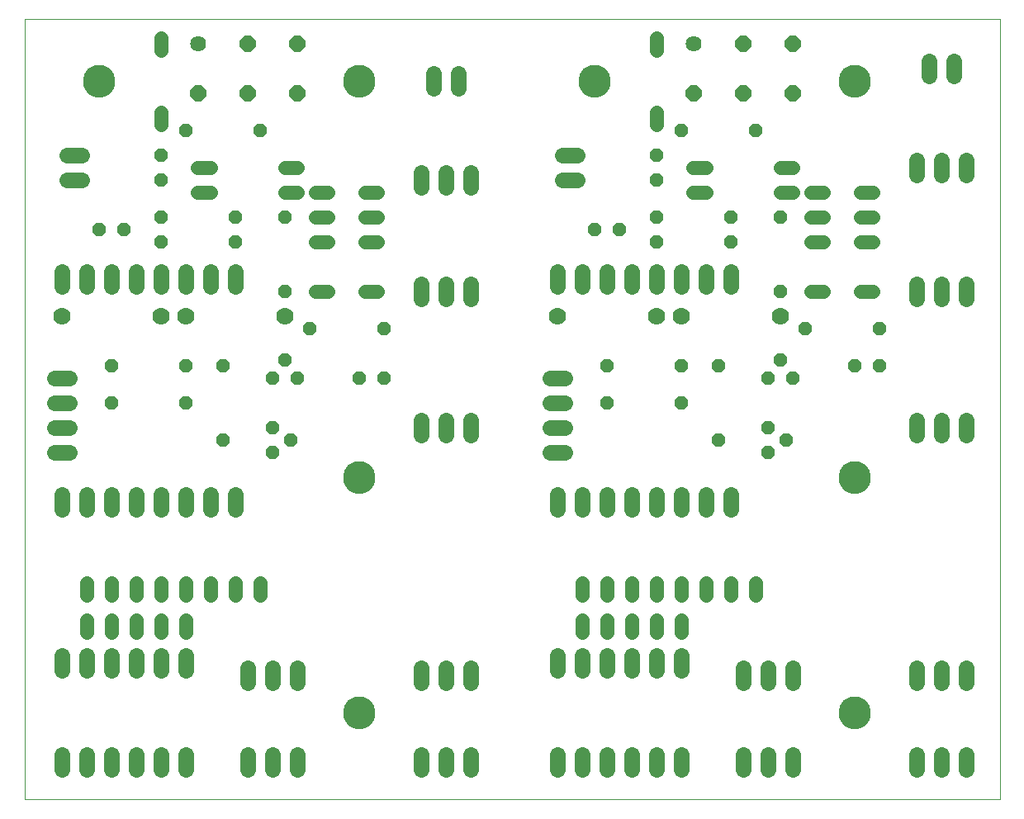
<source format=gbs>
G75*
%MOIN*%
%OFA0B0*%
%FSLAX25Y25*%
%IPPOS*%
%LPD*%
%AMOC8*
5,1,8,0,0,1.08239X$1,22.5*
%
%ADD10C,0.00000*%
%ADD11C,0.06400*%
%ADD12OC8,0.06400*%
%ADD13C,0.07000*%
%ADD14C,0.05600*%
%ADD15C,0.06400*%
%ADD16C,0.05550*%
%ADD17OC8,0.05600*%
%ADD18C,0.12998*%
D10*
X0002667Y0002600D02*
X0002667Y0317561D01*
X0396367Y0317561D01*
X0396367Y0002600D01*
X0002667Y0002600D01*
X0131368Y0037600D02*
X0131370Y0037758D01*
X0131376Y0037916D01*
X0131386Y0038074D01*
X0131400Y0038232D01*
X0131418Y0038389D01*
X0131439Y0038546D01*
X0131465Y0038702D01*
X0131495Y0038858D01*
X0131528Y0039013D01*
X0131566Y0039166D01*
X0131607Y0039319D01*
X0131652Y0039471D01*
X0131701Y0039622D01*
X0131754Y0039771D01*
X0131810Y0039919D01*
X0131870Y0040065D01*
X0131934Y0040210D01*
X0132002Y0040353D01*
X0132073Y0040495D01*
X0132147Y0040635D01*
X0132225Y0040772D01*
X0132307Y0040908D01*
X0132391Y0041042D01*
X0132480Y0041173D01*
X0132571Y0041302D01*
X0132666Y0041429D01*
X0132763Y0041554D01*
X0132864Y0041676D01*
X0132968Y0041795D01*
X0133075Y0041912D01*
X0133185Y0042026D01*
X0133298Y0042137D01*
X0133413Y0042246D01*
X0133531Y0042351D01*
X0133652Y0042453D01*
X0133775Y0042553D01*
X0133901Y0042649D01*
X0134029Y0042742D01*
X0134159Y0042832D01*
X0134292Y0042918D01*
X0134427Y0043002D01*
X0134563Y0043081D01*
X0134702Y0043158D01*
X0134843Y0043230D01*
X0134985Y0043300D01*
X0135129Y0043365D01*
X0135275Y0043427D01*
X0135422Y0043485D01*
X0135571Y0043540D01*
X0135721Y0043591D01*
X0135872Y0043638D01*
X0136024Y0043681D01*
X0136177Y0043720D01*
X0136332Y0043756D01*
X0136487Y0043787D01*
X0136643Y0043815D01*
X0136799Y0043839D01*
X0136956Y0043859D01*
X0137114Y0043875D01*
X0137271Y0043887D01*
X0137430Y0043895D01*
X0137588Y0043899D01*
X0137746Y0043899D01*
X0137904Y0043895D01*
X0138063Y0043887D01*
X0138220Y0043875D01*
X0138378Y0043859D01*
X0138535Y0043839D01*
X0138691Y0043815D01*
X0138847Y0043787D01*
X0139002Y0043756D01*
X0139157Y0043720D01*
X0139310Y0043681D01*
X0139462Y0043638D01*
X0139613Y0043591D01*
X0139763Y0043540D01*
X0139912Y0043485D01*
X0140059Y0043427D01*
X0140205Y0043365D01*
X0140349Y0043300D01*
X0140491Y0043230D01*
X0140632Y0043158D01*
X0140771Y0043081D01*
X0140907Y0043002D01*
X0141042Y0042918D01*
X0141175Y0042832D01*
X0141305Y0042742D01*
X0141433Y0042649D01*
X0141559Y0042553D01*
X0141682Y0042453D01*
X0141803Y0042351D01*
X0141921Y0042246D01*
X0142036Y0042137D01*
X0142149Y0042026D01*
X0142259Y0041912D01*
X0142366Y0041795D01*
X0142470Y0041676D01*
X0142571Y0041554D01*
X0142668Y0041429D01*
X0142763Y0041302D01*
X0142854Y0041173D01*
X0142943Y0041042D01*
X0143027Y0040908D01*
X0143109Y0040772D01*
X0143187Y0040635D01*
X0143261Y0040495D01*
X0143332Y0040353D01*
X0143400Y0040210D01*
X0143464Y0040065D01*
X0143524Y0039919D01*
X0143580Y0039771D01*
X0143633Y0039622D01*
X0143682Y0039471D01*
X0143727Y0039319D01*
X0143768Y0039166D01*
X0143806Y0039013D01*
X0143839Y0038858D01*
X0143869Y0038702D01*
X0143895Y0038546D01*
X0143916Y0038389D01*
X0143934Y0038232D01*
X0143948Y0038074D01*
X0143958Y0037916D01*
X0143964Y0037758D01*
X0143966Y0037600D01*
X0143964Y0037442D01*
X0143958Y0037284D01*
X0143948Y0037126D01*
X0143934Y0036968D01*
X0143916Y0036811D01*
X0143895Y0036654D01*
X0143869Y0036498D01*
X0143839Y0036342D01*
X0143806Y0036187D01*
X0143768Y0036034D01*
X0143727Y0035881D01*
X0143682Y0035729D01*
X0143633Y0035578D01*
X0143580Y0035429D01*
X0143524Y0035281D01*
X0143464Y0035135D01*
X0143400Y0034990D01*
X0143332Y0034847D01*
X0143261Y0034705D01*
X0143187Y0034565D01*
X0143109Y0034428D01*
X0143027Y0034292D01*
X0142943Y0034158D01*
X0142854Y0034027D01*
X0142763Y0033898D01*
X0142668Y0033771D01*
X0142571Y0033646D01*
X0142470Y0033524D01*
X0142366Y0033405D01*
X0142259Y0033288D01*
X0142149Y0033174D01*
X0142036Y0033063D01*
X0141921Y0032954D01*
X0141803Y0032849D01*
X0141682Y0032747D01*
X0141559Y0032647D01*
X0141433Y0032551D01*
X0141305Y0032458D01*
X0141175Y0032368D01*
X0141042Y0032282D01*
X0140907Y0032198D01*
X0140771Y0032119D01*
X0140632Y0032042D01*
X0140491Y0031970D01*
X0140349Y0031900D01*
X0140205Y0031835D01*
X0140059Y0031773D01*
X0139912Y0031715D01*
X0139763Y0031660D01*
X0139613Y0031609D01*
X0139462Y0031562D01*
X0139310Y0031519D01*
X0139157Y0031480D01*
X0139002Y0031444D01*
X0138847Y0031413D01*
X0138691Y0031385D01*
X0138535Y0031361D01*
X0138378Y0031341D01*
X0138220Y0031325D01*
X0138063Y0031313D01*
X0137904Y0031305D01*
X0137746Y0031301D01*
X0137588Y0031301D01*
X0137430Y0031305D01*
X0137271Y0031313D01*
X0137114Y0031325D01*
X0136956Y0031341D01*
X0136799Y0031361D01*
X0136643Y0031385D01*
X0136487Y0031413D01*
X0136332Y0031444D01*
X0136177Y0031480D01*
X0136024Y0031519D01*
X0135872Y0031562D01*
X0135721Y0031609D01*
X0135571Y0031660D01*
X0135422Y0031715D01*
X0135275Y0031773D01*
X0135129Y0031835D01*
X0134985Y0031900D01*
X0134843Y0031970D01*
X0134702Y0032042D01*
X0134563Y0032119D01*
X0134427Y0032198D01*
X0134292Y0032282D01*
X0134159Y0032368D01*
X0134029Y0032458D01*
X0133901Y0032551D01*
X0133775Y0032647D01*
X0133652Y0032747D01*
X0133531Y0032849D01*
X0133413Y0032954D01*
X0133298Y0033063D01*
X0133185Y0033174D01*
X0133075Y0033288D01*
X0132968Y0033405D01*
X0132864Y0033524D01*
X0132763Y0033646D01*
X0132666Y0033771D01*
X0132571Y0033898D01*
X0132480Y0034027D01*
X0132391Y0034158D01*
X0132307Y0034292D01*
X0132225Y0034428D01*
X0132147Y0034565D01*
X0132073Y0034705D01*
X0132002Y0034847D01*
X0131934Y0034990D01*
X0131870Y0035135D01*
X0131810Y0035281D01*
X0131754Y0035429D01*
X0131701Y0035578D01*
X0131652Y0035729D01*
X0131607Y0035881D01*
X0131566Y0036034D01*
X0131528Y0036187D01*
X0131495Y0036342D01*
X0131465Y0036498D01*
X0131439Y0036654D01*
X0131418Y0036811D01*
X0131400Y0036968D01*
X0131386Y0037126D01*
X0131376Y0037284D01*
X0131370Y0037442D01*
X0131368Y0037600D01*
X0131368Y0132600D02*
X0131370Y0132758D01*
X0131376Y0132916D01*
X0131386Y0133074D01*
X0131400Y0133232D01*
X0131418Y0133389D01*
X0131439Y0133546D01*
X0131465Y0133702D01*
X0131495Y0133858D01*
X0131528Y0134013D01*
X0131566Y0134166D01*
X0131607Y0134319D01*
X0131652Y0134471D01*
X0131701Y0134622D01*
X0131754Y0134771D01*
X0131810Y0134919D01*
X0131870Y0135065D01*
X0131934Y0135210D01*
X0132002Y0135353D01*
X0132073Y0135495D01*
X0132147Y0135635D01*
X0132225Y0135772D01*
X0132307Y0135908D01*
X0132391Y0136042D01*
X0132480Y0136173D01*
X0132571Y0136302D01*
X0132666Y0136429D01*
X0132763Y0136554D01*
X0132864Y0136676D01*
X0132968Y0136795D01*
X0133075Y0136912D01*
X0133185Y0137026D01*
X0133298Y0137137D01*
X0133413Y0137246D01*
X0133531Y0137351D01*
X0133652Y0137453D01*
X0133775Y0137553D01*
X0133901Y0137649D01*
X0134029Y0137742D01*
X0134159Y0137832D01*
X0134292Y0137918D01*
X0134427Y0138002D01*
X0134563Y0138081D01*
X0134702Y0138158D01*
X0134843Y0138230D01*
X0134985Y0138300D01*
X0135129Y0138365D01*
X0135275Y0138427D01*
X0135422Y0138485D01*
X0135571Y0138540D01*
X0135721Y0138591D01*
X0135872Y0138638D01*
X0136024Y0138681D01*
X0136177Y0138720D01*
X0136332Y0138756D01*
X0136487Y0138787D01*
X0136643Y0138815D01*
X0136799Y0138839D01*
X0136956Y0138859D01*
X0137114Y0138875D01*
X0137271Y0138887D01*
X0137430Y0138895D01*
X0137588Y0138899D01*
X0137746Y0138899D01*
X0137904Y0138895D01*
X0138063Y0138887D01*
X0138220Y0138875D01*
X0138378Y0138859D01*
X0138535Y0138839D01*
X0138691Y0138815D01*
X0138847Y0138787D01*
X0139002Y0138756D01*
X0139157Y0138720D01*
X0139310Y0138681D01*
X0139462Y0138638D01*
X0139613Y0138591D01*
X0139763Y0138540D01*
X0139912Y0138485D01*
X0140059Y0138427D01*
X0140205Y0138365D01*
X0140349Y0138300D01*
X0140491Y0138230D01*
X0140632Y0138158D01*
X0140771Y0138081D01*
X0140907Y0138002D01*
X0141042Y0137918D01*
X0141175Y0137832D01*
X0141305Y0137742D01*
X0141433Y0137649D01*
X0141559Y0137553D01*
X0141682Y0137453D01*
X0141803Y0137351D01*
X0141921Y0137246D01*
X0142036Y0137137D01*
X0142149Y0137026D01*
X0142259Y0136912D01*
X0142366Y0136795D01*
X0142470Y0136676D01*
X0142571Y0136554D01*
X0142668Y0136429D01*
X0142763Y0136302D01*
X0142854Y0136173D01*
X0142943Y0136042D01*
X0143027Y0135908D01*
X0143109Y0135772D01*
X0143187Y0135635D01*
X0143261Y0135495D01*
X0143332Y0135353D01*
X0143400Y0135210D01*
X0143464Y0135065D01*
X0143524Y0134919D01*
X0143580Y0134771D01*
X0143633Y0134622D01*
X0143682Y0134471D01*
X0143727Y0134319D01*
X0143768Y0134166D01*
X0143806Y0134013D01*
X0143839Y0133858D01*
X0143869Y0133702D01*
X0143895Y0133546D01*
X0143916Y0133389D01*
X0143934Y0133232D01*
X0143948Y0133074D01*
X0143958Y0132916D01*
X0143964Y0132758D01*
X0143966Y0132600D01*
X0143964Y0132442D01*
X0143958Y0132284D01*
X0143948Y0132126D01*
X0143934Y0131968D01*
X0143916Y0131811D01*
X0143895Y0131654D01*
X0143869Y0131498D01*
X0143839Y0131342D01*
X0143806Y0131187D01*
X0143768Y0131034D01*
X0143727Y0130881D01*
X0143682Y0130729D01*
X0143633Y0130578D01*
X0143580Y0130429D01*
X0143524Y0130281D01*
X0143464Y0130135D01*
X0143400Y0129990D01*
X0143332Y0129847D01*
X0143261Y0129705D01*
X0143187Y0129565D01*
X0143109Y0129428D01*
X0143027Y0129292D01*
X0142943Y0129158D01*
X0142854Y0129027D01*
X0142763Y0128898D01*
X0142668Y0128771D01*
X0142571Y0128646D01*
X0142470Y0128524D01*
X0142366Y0128405D01*
X0142259Y0128288D01*
X0142149Y0128174D01*
X0142036Y0128063D01*
X0141921Y0127954D01*
X0141803Y0127849D01*
X0141682Y0127747D01*
X0141559Y0127647D01*
X0141433Y0127551D01*
X0141305Y0127458D01*
X0141175Y0127368D01*
X0141042Y0127282D01*
X0140907Y0127198D01*
X0140771Y0127119D01*
X0140632Y0127042D01*
X0140491Y0126970D01*
X0140349Y0126900D01*
X0140205Y0126835D01*
X0140059Y0126773D01*
X0139912Y0126715D01*
X0139763Y0126660D01*
X0139613Y0126609D01*
X0139462Y0126562D01*
X0139310Y0126519D01*
X0139157Y0126480D01*
X0139002Y0126444D01*
X0138847Y0126413D01*
X0138691Y0126385D01*
X0138535Y0126361D01*
X0138378Y0126341D01*
X0138220Y0126325D01*
X0138063Y0126313D01*
X0137904Y0126305D01*
X0137746Y0126301D01*
X0137588Y0126301D01*
X0137430Y0126305D01*
X0137271Y0126313D01*
X0137114Y0126325D01*
X0136956Y0126341D01*
X0136799Y0126361D01*
X0136643Y0126385D01*
X0136487Y0126413D01*
X0136332Y0126444D01*
X0136177Y0126480D01*
X0136024Y0126519D01*
X0135872Y0126562D01*
X0135721Y0126609D01*
X0135571Y0126660D01*
X0135422Y0126715D01*
X0135275Y0126773D01*
X0135129Y0126835D01*
X0134985Y0126900D01*
X0134843Y0126970D01*
X0134702Y0127042D01*
X0134563Y0127119D01*
X0134427Y0127198D01*
X0134292Y0127282D01*
X0134159Y0127368D01*
X0134029Y0127458D01*
X0133901Y0127551D01*
X0133775Y0127647D01*
X0133652Y0127747D01*
X0133531Y0127849D01*
X0133413Y0127954D01*
X0133298Y0128063D01*
X0133185Y0128174D01*
X0133075Y0128288D01*
X0132968Y0128405D01*
X0132864Y0128524D01*
X0132763Y0128646D01*
X0132666Y0128771D01*
X0132571Y0128898D01*
X0132480Y0129027D01*
X0132391Y0129158D01*
X0132307Y0129292D01*
X0132225Y0129428D01*
X0132147Y0129565D01*
X0132073Y0129705D01*
X0132002Y0129847D01*
X0131934Y0129990D01*
X0131870Y0130135D01*
X0131810Y0130281D01*
X0131754Y0130429D01*
X0131701Y0130578D01*
X0131652Y0130729D01*
X0131607Y0130881D01*
X0131566Y0131034D01*
X0131528Y0131187D01*
X0131495Y0131342D01*
X0131465Y0131498D01*
X0131439Y0131654D01*
X0131418Y0131811D01*
X0131400Y0131968D01*
X0131386Y0132126D01*
X0131376Y0132284D01*
X0131370Y0132442D01*
X0131368Y0132600D01*
X0131368Y0292600D02*
X0131370Y0292758D01*
X0131376Y0292916D01*
X0131386Y0293074D01*
X0131400Y0293232D01*
X0131418Y0293389D01*
X0131439Y0293546D01*
X0131465Y0293702D01*
X0131495Y0293858D01*
X0131528Y0294013D01*
X0131566Y0294166D01*
X0131607Y0294319D01*
X0131652Y0294471D01*
X0131701Y0294622D01*
X0131754Y0294771D01*
X0131810Y0294919D01*
X0131870Y0295065D01*
X0131934Y0295210D01*
X0132002Y0295353D01*
X0132073Y0295495D01*
X0132147Y0295635D01*
X0132225Y0295772D01*
X0132307Y0295908D01*
X0132391Y0296042D01*
X0132480Y0296173D01*
X0132571Y0296302D01*
X0132666Y0296429D01*
X0132763Y0296554D01*
X0132864Y0296676D01*
X0132968Y0296795D01*
X0133075Y0296912D01*
X0133185Y0297026D01*
X0133298Y0297137D01*
X0133413Y0297246D01*
X0133531Y0297351D01*
X0133652Y0297453D01*
X0133775Y0297553D01*
X0133901Y0297649D01*
X0134029Y0297742D01*
X0134159Y0297832D01*
X0134292Y0297918D01*
X0134427Y0298002D01*
X0134563Y0298081D01*
X0134702Y0298158D01*
X0134843Y0298230D01*
X0134985Y0298300D01*
X0135129Y0298365D01*
X0135275Y0298427D01*
X0135422Y0298485D01*
X0135571Y0298540D01*
X0135721Y0298591D01*
X0135872Y0298638D01*
X0136024Y0298681D01*
X0136177Y0298720D01*
X0136332Y0298756D01*
X0136487Y0298787D01*
X0136643Y0298815D01*
X0136799Y0298839D01*
X0136956Y0298859D01*
X0137114Y0298875D01*
X0137271Y0298887D01*
X0137430Y0298895D01*
X0137588Y0298899D01*
X0137746Y0298899D01*
X0137904Y0298895D01*
X0138063Y0298887D01*
X0138220Y0298875D01*
X0138378Y0298859D01*
X0138535Y0298839D01*
X0138691Y0298815D01*
X0138847Y0298787D01*
X0139002Y0298756D01*
X0139157Y0298720D01*
X0139310Y0298681D01*
X0139462Y0298638D01*
X0139613Y0298591D01*
X0139763Y0298540D01*
X0139912Y0298485D01*
X0140059Y0298427D01*
X0140205Y0298365D01*
X0140349Y0298300D01*
X0140491Y0298230D01*
X0140632Y0298158D01*
X0140771Y0298081D01*
X0140907Y0298002D01*
X0141042Y0297918D01*
X0141175Y0297832D01*
X0141305Y0297742D01*
X0141433Y0297649D01*
X0141559Y0297553D01*
X0141682Y0297453D01*
X0141803Y0297351D01*
X0141921Y0297246D01*
X0142036Y0297137D01*
X0142149Y0297026D01*
X0142259Y0296912D01*
X0142366Y0296795D01*
X0142470Y0296676D01*
X0142571Y0296554D01*
X0142668Y0296429D01*
X0142763Y0296302D01*
X0142854Y0296173D01*
X0142943Y0296042D01*
X0143027Y0295908D01*
X0143109Y0295772D01*
X0143187Y0295635D01*
X0143261Y0295495D01*
X0143332Y0295353D01*
X0143400Y0295210D01*
X0143464Y0295065D01*
X0143524Y0294919D01*
X0143580Y0294771D01*
X0143633Y0294622D01*
X0143682Y0294471D01*
X0143727Y0294319D01*
X0143768Y0294166D01*
X0143806Y0294013D01*
X0143839Y0293858D01*
X0143869Y0293702D01*
X0143895Y0293546D01*
X0143916Y0293389D01*
X0143934Y0293232D01*
X0143948Y0293074D01*
X0143958Y0292916D01*
X0143964Y0292758D01*
X0143966Y0292600D01*
X0143964Y0292442D01*
X0143958Y0292284D01*
X0143948Y0292126D01*
X0143934Y0291968D01*
X0143916Y0291811D01*
X0143895Y0291654D01*
X0143869Y0291498D01*
X0143839Y0291342D01*
X0143806Y0291187D01*
X0143768Y0291034D01*
X0143727Y0290881D01*
X0143682Y0290729D01*
X0143633Y0290578D01*
X0143580Y0290429D01*
X0143524Y0290281D01*
X0143464Y0290135D01*
X0143400Y0289990D01*
X0143332Y0289847D01*
X0143261Y0289705D01*
X0143187Y0289565D01*
X0143109Y0289428D01*
X0143027Y0289292D01*
X0142943Y0289158D01*
X0142854Y0289027D01*
X0142763Y0288898D01*
X0142668Y0288771D01*
X0142571Y0288646D01*
X0142470Y0288524D01*
X0142366Y0288405D01*
X0142259Y0288288D01*
X0142149Y0288174D01*
X0142036Y0288063D01*
X0141921Y0287954D01*
X0141803Y0287849D01*
X0141682Y0287747D01*
X0141559Y0287647D01*
X0141433Y0287551D01*
X0141305Y0287458D01*
X0141175Y0287368D01*
X0141042Y0287282D01*
X0140907Y0287198D01*
X0140771Y0287119D01*
X0140632Y0287042D01*
X0140491Y0286970D01*
X0140349Y0286900D01*
X0140205Y0286835D01*
X0140059Y0286773D01*
X0139912Y0286715D01*
X0139763Y0286660D01*
X0139613Y0286609D01*
X0139462Y0286562D01*
X0139310Y0286519D01*
X0139157Y0286480D01*
X0139002Y0286444D01*
X0138847Y0286413D01*
X0138691Y0286385D01*
X0138535Y0286361D01*
X0138378Y0286341D01*
X0138220Y0286325D01*
X0138063Y0286313D01*
X0137904Y0286305D01*
X0137746Y0286301D01*
X0137588Y0286301D01*
X0137430Y0286305D01*
X0137271Y0286313D01*
X0137114Y0286325D01*
X0136956Y0286341D01*
X0136799Y0286361D01*
X0136643Y0286385D01*
X0136487Y0286413D01*
X0136332Y0286444D01*
X0136177Y0286480D01*
X0136024Y0286519D01*
X0135872Y0286562D01*
X0135721Y0286609D01*
X0135571Y0286660D01*
X0135422Y0286715D01*
X0135275Y0286773D01*
X0135129Y0286835D01*
X0134985Y0286900D01*
X0134843Y0286970D01*
X0134702Y0287042D01*
X0134563Y0287119D01*
X0134427Y0287198D01*
X0134292Y0287282D01*
X0134159Y0287368D01*
X0134029Y0287458D01*
X0133901Y0287551D01*
X0133775Y0287647D01*
X0133652Y0287747D01*
X0133531Y0287849D01*
X0133413Y0287954D01*
X0133298Y0288063D01*
X0133185Y0288174D01*
X0133075Y0288288D01*
X0132968Y0288405D01*
X0132864Y0288524D01*
X0132763Y0288646D01*
X0132666Y0288771D01*
X0132571Y0288898D01*
X0132480Y0289027D01*
X0132391Y0289158D01*
X0132307Y0289292D01*
X0132225Y0289428D01*
X0132147Y0289565D01*
X0132073Y0289705D01*
X0132002Y0289847D01*
X0131934Y0289990D01*
X0131870Y0290135D01*
X0131810Y0290281D01*
X0131754Y0290429D01*
X0131701Y0290578D01*
X0131652Y0290729D01*
X0131607Y0290881D01*
X0131566Y0291034D01*
X0131528Y0291187D01*
X0131495Y0291342D01*
X0131465Y0291498D01*
X0131439Y0291654D01*
X0131418Y0291811D01*
X0131400Y0291968D01*
X0131386Y0292126D01*
X0131376Y0292284D01*
X0131370Y0292442D01*
X0131368Y0292600D01*
X0026368Y0292600D02*
X0026370Y0292758D01*
X0026376Y0292916D01*
X0026386Y0293074D01*
X0026400Y0293232D01*
X0026418Y0293389D01*
X0026439Y0293546D01*
X0026465Y0293702D01*
X0026495Y0293858D01*
X0026528Y0294013D01*
X0026566Y0294166D01*
X0026607Y0294319D01*
X0026652Y0294471D01*
X0026701Y0294622D01*
X0026754Y0294771D01*
X0026810Y0294919D01*
X0026870Y0295065D01*
X0026934Y0295210D01*
X0027002Y0295353D01*
X0027073Y0295495D01*
X0027147Y0295635D01*
X0027225Y0295772D01*
X0027307Y0295908D01*
X0027391Y0296042D01*
X0027480Y0296173D01*
X0027571Y0296302D01*
X0027666Y0296429D01*
X0027763Y0296554D01*
X0027864Y0296676D01*
X0027968Y0296795D01*
X0028075Y0296912D01*
X0028185Y0297026D01*
X0028298Y0297137D01*
X0028413Y0297246D01*
X0028531Y0297351D01*
X0028652Y0297453D01*
X0028775Y0297553D01*
X0028901Y0297649D01*
X0029029Y0297742D01*
X0029159Y0297832D01*
X0029292Y0297918D01*
X0029427Y0298002D01*
X0029563Y0298081D01*
X0029702Y0298158D01*
X0029843Y0298230D01*
X0029985Y0298300D01*
X0030129Y0298365D01*
X0030275Y0298427D01*
X0030422Y0298485D01*
X0030571Y0298540D01*
X0030721Y0298591D01*
X0030872Y0298638D01*
X0031024Y0298681D01*
X0031177Y0298720D01*
X0031332Y0298756D01*
X0031487Y0298787D01*
X0031643Y0298815D01*
X0031799Y0298839D01*
X0031956Y0298859D01*
X0032114Y0298875D01*
X0032271Y0298887D01*
X0032430Y0298895D01*
X0032588Y0298899D01*
X0032746Y0298899D01*
X0032904Y0298895D01*
X0033063Y0298887D01*
X0033220Y0298875D01*
X0033378Y0298859D01*
X0033535Y0298839D01*
X0033691Y0298815D01*
X0033847Y0298787D01*
X0034002Y0298756D01*
X0034157Y0298720D01*
X0034310Y0298681D01*
X0034462Y0298638D01*
X0034613Y0298591D01*
X0034763Y0298540D01*
X0034912Y0298485D01*
X0035059Y0298427D01*
X0035205Y0298365D01*
X0035349Y0298300D01*
X0035491Y0298230D01*
X0035632Y0298158D01*
X0035771Y0298081D01*
X0035907Y0298002D01*
X0036042Y0297918D01*
X0036175Y0297832D01*
X0036305Y0297742D01*
X0036433Y0297649D01*
X0036559Y0297553D01*
X0036682Y0297453D01*
X0036803Y0297351D01*
X0036921Y0297246D01*
X0037036Y0297137D01*
X0037149Y0297026D01*
X0037259Y0296912D01*
X0037366Y0296795D01*
X0037470Y0296676D01*
X0037571Y0296554D01*
X0037668Y0296429D01*
X0037763Y0296302D01*
X0037854Y0296173D01*
X0037943Y0296042D01*
X0038027Y0295908D01*
X0038109Y0295772D01*
X0038187Y0295635D01*
X0038261Y0295495D01*
X0038332Y0295353D01*
X0038400Y0295210D01*
X0038464Y0295065D01*
X0038524Y0294919D01*
X0038580Y0294771D01*
X0038633Y0294622D01*
X0038682Y0294471D01*
X0038727Y0294319D01*
X0038768Y0294166D01*
X0038806Y0294013D01*
X0038839Y0293858D01*
X0038869Y0293702D01*
X0038895Y0293546D01*
X0038916Y0293389D01*
X0038934Y0293232D01*
X0038948Y0293074D01*
X0038958Y0292916D01*
X0038964Y0292758D01*
X0038966Y0292600D01*
X0038964Y0292442D01*
X0038958Y0292284D01*
X0038948Y0292126D01*
X0038934Y0291968D01*
X0038916Y0291811D01*
X0038895Y0291654D01*
X0038869Y0291498D01*
X0038839Y0291342D01*
X0038806Y0291187D01*
X0038768Y0291034D01*
X0038727Y0290881D01*
X0038682Y0290729D01*
X0038633Y0290578D01*
X0038580Y0290429D01*
X0038524Y0290281D01*
X0038464Y0290135D01*
X0038400Y0289990D01*
X0038332Y0289847D01*
X0038261Y0289705D01*
X0038187Y0289565D01*
X0038109Y0289428D01*
X0038027Y0289292D01*
X0037943Y0289158D01*
X0037854Y0289027D01*
X0037763Y0288898D01*
X0037668Y0288771D01*
X0037571Y0288646D01*
X0037470Y0288524D01*
X0037366Y0288405D01*
X0037259Y0288288D01*
X0037149Y0288174D01*
X0037036Y0288063D01*
X0036921Y0287954D01*
X0036803Y0287849D01*
X0036682Y0287747D01*
X0036559Y0287647D01*
X0036433Y0287551D01*
X0036305Y0287458D01*
X0036175Y0287368D01*
X0036042Y0287282D01*
X0035907Y0287198D01*
X0035771Y0287119D01*
X0035632Y0287042D01*
X0035491Y0286970D01*
X0035349Y0286900D01*
X0035205Y0286835D01*
X0035059Y0286773D01*
X0034912Y0286715D01*
X0034763Y0286660D01*
X0034613Y0286609D01*
X0034462Y0286562D01*
X0034310Y0286519D01*
X0034157Y0286480D01*
X0034002Y0286444D01*
X0033847Y0286413D01*
X0033691Y0286385D01*
X0033535Y0286361D01*
X0033378Y0286341D01*
X0033220Y0286325D01*
X0033063Y0286313D01*
X0032904Y0286305D01*
X0032746Y0286301D01*
X0032588Y0286301D01*
X0032430Y0286305D01*
X0032271Y0286313D01*
X0032114Y0286325D01*
X0031956Y0286341D01*
X0031799Y0286361D01*
X0031643Y0286385D01*
X0031487Y0286413D01*
X0031332Y0286444D01*
X0031177Y0286480D01*
X0031024Y0286519D01*
X0030872Y0286562D01*
X0030721Y0286609D01*
X0030571Y0286660D01*
X0030422Y0286715D01*
X0030275Y0286773D01*
X0030129Y0286835D01*
X0029985Y0286900D01*
X0029843Y0286970D01*
X0029702Y0287042D01*
X0029563Y0287119D01*
X0029427Y0287198D01*
X0029292Y0287282D01*
X0029159Y0287368D01*
X0029029Y0287458D01*
X0028901Y0287551D01*
X0028775Y0287647D01*
X0028652Y0287747D01*
X0028531Y0287849D01*
X0028413Y0287954D01*
X0028298Y0288063D01*
X0028185Y0288174D01*
X0028075Y0288288D01*
X0027968Y0288405D01*
X0027864Y0288524D01*
X0027763Y0288646D01*
X0027666Y0288771D01*
X0027571Y0288898D01*
X0027480Y0289027D01*
X0027391Y0289158D01*
X0027307Y0289292D01*
X0027225Y0289428D01*
X0027147Y0289565D01*
X0027073Y0289705D01*
X0027002Y0289847D01*
X0026934Y0289990D01*
X0026870Y0290135D01*
X0026810Y0290281D01*
X0026754Y0290429D01*
X0026701Y0290578D01*
X0026652Y0290729D01*
X0026607Y0290881D01*
X0026566Y0291034D01*
X0026528Y0291187D01*
X0026495Y0291342D01*
X0026465Y0291498D01*
X0026439Y0291654D01*
X0026418Y0291811D01*
X0026400Y0291968D01*
X0026386Y0292126D01*
X0026376Y0292284D01*
X0026370Y0292442D01*
X0026368Y0292600D01*
X0226368Y0292600D02*
X0226370Y0292758D01*
X0226376Y0292916D01*
X0226386Y0293074D01*
X0226400Y0293232D01*
X0226418Y0293389D01*
X0226439Y0293546D01*
X0226465Y0293702D01*
X0226495Y0293858D01*
X0226528Y0294013D01*
X0226566Y0294166D01*
X0226607Y0294319D01*
X0226652Y0294471D01*
X0226701Y0294622D01*
X0226754Y0294771D01*
X0226810Y0294919D01*
X0226870Y0295065D01*
X0226934Y0295210D01*
X0227002Y0295353D01*
X0227073Y0295495D01*
X0227147Y0295635D01*
X0227225Y0295772D01*
X0227307Y0295908D01*
X0227391Y0296042D01*
X0227480Y0296173D01*
X0227571Y0296302D01*
X0227666Y0296429D01*
X0227763Y0296554D01*
X0227864Y0296676D01*
X0227968Y0296795D01*
X0228075Y0296912D01*
X0228185Y0297026D01*
X0228298Y0297137D01*
X0228413Y0297246D01*
X0228531Y0297351D01*
X0228652Y0297453D01*
X0228775Y0297553D01*
X0228901Y0297649D01*
X0229029Y0297742D01*
X0229159Y0297832D01*
X0229292Y0297918D01*
X0229427Y0298002D01*
X0229563Y0298081D01*
X0229702Y0298158D01*
X0229843Y0298230D01*
X0229985Y0298300D01*
X0230129Y0298365D01*
X0230275Y0298427D01*
X0230422Y0298485D01*
X0230571Y0298540D01*
X0230721Y0298591D01*
X0230872Y0298638D01*
X0231024Y0298681D01*
X0231177Y0298720D01*
X0231332Y0298756D01*
X0231487Y0298787D01*
X0231643Y0298815D01*
X0231799Y0298839D01*
X0231956Y0298859D01*
X0232114Y0298875D01*
X0232271Y0298887D01*
X0232430Y0298895D01*
X0232588Y0298899D01*
X0232746Y0298899D01*
X0232904Y0298895D01*
X0233063Y0298887D01*
X0233220Y0298875D01*
X0233378Y0298859D01*
X0233535Y0298839D01*
X0233691Y0298815D01*
X0233847Y0298787D01*
X0234002Y0298756D01*
X0234157Y0298720D01*
X0234310Y0298681D01*
X0234462Y0298638D01*
X0234613Y0298591D01*
X0234763Y0298540D01*
X0234912Y0298485D01*
X0235059Y0298427D01*
X0235205Y0298365D01*
X0235349Y0298300D01*
X0235491Y0298230D01*
X0235632Y0298158D01*
X0235771Y0298081D01*
X0235907Y0298002D01*
X0236042Y0297918D01*
X0236175Y0297832D01*
X0236305Y0297742D01*
X0236433Y0297649D01*
X0236559Y0297553D01*
X0236682Y0297453D01*
X0236803Y0297351D01*
X0236921Y0297246D01*
X0237036Y0297137D01*
X0237149Y0297026D01*
X0237259Y0296912D01*
X0237366Y0296795D01*
X0237470Y0296676D01*
X0237571Y0296554D01*
X0237668Y0296429D01*
X0237763Y0296302D01*
X0237854Y0296173D01*
X0237943Y0296042D01*
X0238027Y0295908D01*
X0238109Y0295772D01*
X0238187Y0295635D01*
X0238261Y0295495D01*
X0238332Y0295353D01*
X0238400Y0295210D01*
X0238464Y0295065D01*
X0238524Y0294919D01*
X0238580Y0294771D01*
X0238633Y0294622D01*
X0238682Y0294471D01*
X0238727Y0294319D01*
X0238768Y0294166D01*
X0238806Y0294013D01*
X0238839Y0293858D01*
X0238869Y0293702D01*
X0238895Y0293546D01*
X0238916Y0293389D01*
X0238934Y0293232D01*
X0238948Y0293074D01*
X0238958Y0292916D01*
X0238964Y0292758D01*
X0238966Y0292600D01*
X0238964Y0292442D01*
X0238958Y0292284D01*
X0238948Y0292126D01*
X0238934Y0291968D01*
X0238916Y0291811D01*
X0238895Y0291654D01*
X0238869Y0291498D01*
X0238839Y0291342D01*
X0238806Y0291187D01*
X0238768Y0291034D01*
X0238727Y0290881D01*
X0238682Y0290729D01*
X0238633Y0290578D01*
X0238580Y0290429D01*
X0238524Y0290281D01*
X0238464Y0290135D01*
X0238400Y0289990D01*
X0238332Y0289847D01*
X0238261Y0289705D01*
X0238187Y0289565D01*
X0238109Y0289428D01*
X0238027Y0289292D01*
X0237943Y0289158D01*
X0237854Y0289027D01*
X0237763Y0288898D01*
X0237668Y0288771D01*
X0237571Y0288646D01*
X0237470Y0288524D01*
X0237366Y0288405D01*
X0237259Y0288288D01*
X0237149Y0288174D01*
X0237036Y0288063D01*
X0236921Y0287954D01*
X0236803Y0287849D01*
X0236682Y0287747D01*
X0236559Y0287647D01*
X0236433Y0287551D01*
X0236305Y0287458D01*
X0236175Y0287368D01*
X0236042Y0287282D01*
X0235907Y0287198D01*
X0235771Y0287119D01*
X0235632Y0287042D01*
X0235491Y0286970D01*
X0235349Y0286900D01*
X0235205Y0286835D01*
X0235059Y0286773D01*
X0234912Y0286715D01*
X0234763Y0286660D01*
X0234613Y0286609D01*
X0234462Y0286562D01*
X0234310Y0286519D01*
X0234157Y0286480D01*
X0234002Y0286444D01*
X0233847Y0286413D01*
X0233691Y0286385D01*
X0233535Y0286361D01*
X0233378Y0286341D01*
X0233220Y0286325D01*
X0233063Y0286313D01*
X0232904Y0286305D01*
X0232746Y0286301D01*
X0232588Y0286301D01*
X0232430Y0286305D01*
X0232271Y0286313D01*
X0232114Y0286325D01*
X0231956Y0286341D01*
X0231799Y0286361D01*
X0231643Y0286385D01*
X0231487Y0286413D01*
X0231332Y0286444D01*
X0231177Y0286480D01*
X0231024Y0286519D01*
X0230872Y0286562D01*
X0230721Y0286609D01*
X0230571Y0286660D01*
X0230422Y0286715D01*
X0230275Y0286773D01*
X0230129Y0286835D01*
X0229985Y0286900D01*
X0229843Y0286970D01*
X0229702Y0287042D01*
X0229563Y0287119D01*
X0229427Y0287198D01*
X0229292Y0287282D01*
X0229159Y0287368D01*
X0229029Y0287458D01*
X0228901Y0287551D01*
X0228775Y0287647D01*
X0228652Y0287747D01*
X0228531Y0287849D01*
X0228413Y0287954D01*
X0228298Y0288063D01*
X0228185Y0288174D01*
X0228075Y0288288D01*
X0227968Y0288405D01*
X0227864Y0288524D01*
X0227763Y0288646D01*
X0227666Y0288771D01*
X0227571Y0288898D01*
X0227480Y0289027D01*
X0227391Y0289158D01*
X0227307Y0289292D01*
X0227225Y0289428D01*
X0227147Y0289565D01*
X0227073Y0289705D01*
X0227002Y0289847D01*
X0226934Y0289990D01*
X0226870Y0290135D01*
X0226810Y0290281D01*
X0226754Y0290429D01*
X0226701Y0290578D01*
X0226652Y0290729D01*
X0226607Y0290881D01*
X0226566Y0291034D01*
X0226528Y0291187D01*
X0226495Y0291342D01*
X0226465Y0291498D01*
X0226439Y0291654D01*
X0226418Y0291811D01*
X0226400Y0291968D01*
X0226386Y0292126D01*
X0226376Y0292284D01*
X0226370Y0292442D01*
X0226368Y0292600D01*
X0331368Y0292600D02*
X0331370Y0292758D01*
X0331376Y0292916D01*
X0331386Y0293074D01*
X0331400Y0293232D01*
X0331418Y0293389D01*
X0331439Y0293546D01*
X0331465Y0293702D01*
X0331495Y0293858D01*
X0331528Y0294013D01*
X0331566Y0294166D01*
X0331607Y0294319D01*
X0331652Y0294471D01*
X0331701Y0294622D01*
X0331754Y0294771D01*
X0331810Y0294919D01*
X0331870Y0295065D01*
X0331934Y0295210D01*
X0332002Y0295353D01*
X0332073Y0295495D01*
X0332147Y0295635D01*
X0332225Y0295772D01*
X0332307Y0295908D01*
X0332391Y0296042D01*
X0332480Y0296173D01*
X0332571Y0296302D01*
X0332666Y0296429D01*
X0332763Y0296554D01*
X0332864Y0296676D01*
X0332968Y0296795D01*
X0333075Y0296912D01*
X0333185Y0297026D01*
X0333298Y0297137D01*
X0333413Y0297246D01*
X0333531Y0297351D01*
X0333652Y0297453D01*
X0333775Y0297553D01*
X0333901Y0297649D01*
X0334029Y0297742D01*
X0334159Y0297832D01*
X0334292Y0297918D01*
X0334427Y0298002D01*
X0334563Y0298081D01*
X0334702Y0298158D01*
X0334843Y0298230D01*
X0334985Y0298300D01*
X0335129Y0298365D01*
X0335275Y0298427D01*
X0335422Y0298485D01*
X0335571Y0298540D01*
X0335721Y0298591D01*
X0335872Y0298638D01*
X0336024Y0298681D01*
X0336177Y0298720D01*
X0336332Y0298756D01*
X0336487Y0298787D01*
X0336643Y0298815D01*
X0336799Y0298839D01*
X0336956Y0298859D01*
X0337114Y0298875D01*
X0337271Y0298887D01*
X0337430Y0298895D01*
X0337588Y0298899D01*
X0337746Y0298899D01*
X0337904Y0298895D01*
X0338063Y0298887D01*
X0338220Y0298875D01*
X0338378Y0298859D01*
X0338535Y0298839D01*
X0338691Y0298815D01*
X0338847Y0298787D01*
X0339002Y0298756D01*
X0339157Y0298720D01*
X0339310Y0298681D01*
X0339462Y0298638D01*
X0339613Y0298591D01*
X0339763Y0298540D01*
X0339912Y0298485D01*
X0340059Y0298427D01*
X0340205Y0298365D01*
X0340349Y0298300D01*
X0340491Y0298230D01*
X0340632Y0298158D01*
X0340771Y0298081D01*
X0340907Y0298002D01*
X0341042Y0297918D01*
X0341175Y0297832D01*
X0341305Y0297742D01*
X0341433Y0297649D01*
X0341559Y0297553D01*
X0341682Y0297453D01*
X0341803Y0297351D01*
X0341921Y0297246D01*
X0342036Y0297137D01*
X0342149Y0297026D01*
X0342259Y0296912D01*
X0342366Y0296795D01*
X0342470Y0296676D01*
X0342571Y0296554D01*
X0342668Y0296429D01*
X0342763Y0296302D01*
X0342854Y0296173D01*
X0342943Y0296042D01*
X0343027Y0295908D01*
X0343109Y0295772D01*
X0343187Y0295635D01*
X0343261Y0295495D01*
X0343332Y0295353D01*
X0343400Y0295210D01*
X0343464Y0295065D01*
X0343524Y0294919D01*
X0343580Y0294771D01*
X0343633Y0294622D01*
X0343682Y0294471D01*
X0343727Y0294319D01*
X0343768Y0294166D01*
X0343806Y0294013D01*
X0343839Y0293858D01*
X0343869Y0293702D01*
X0343895Y0293546D01*
X0343916Y0293389D01*
X0343934Y0293232D01*
X0343948Y0293074D01*
X0343958Y0292916D01*
X0343964Y0292758D01*
X0343966Y0292600D01*
X0343964Y0292442D01*
X0343958Y0292284D01*
X0343948Y0292126D01*
X0343934Y0291968D01*
X0343916Y0291811D01*
X0343895Y0291654D01*
X0343869Y0291498D01*
X0343839Y0291342D01*
X0343806Y0291187D01*
X0343768Y0291034D01*
X0343727Y0290881D01*
X0343682Y0290729D01*
X0343633Y0290578D01*
X0343580Y0290429D01*
X0343524Y0290281D01*
X0343464Y0290135D01*
X0343400Y0289990D01*
X0343332Y0289847D01*
X0343261Y0289705D01*
X0343187Y0289565D01*
X0343109Y0289428D01*
X0343027Y0289292D01*
X0342943Y0289158D01*
X0342854Y0289027D01*
X0342763Y0288898D01*
X0342668Y0288771D01*
X0342571Y0288646D01*
X0342470Y0288524D01*
X0342366Y0288405D01*
X0342259Y0288288D01*
X0342149Y0288174D01*
X0342036Y0288063D01*
X0341921Y0287954D01*
X0341803Y0287849D01*
X0341682Y0287747D01*
X0341559Y0287647D01*
X0341433Y0287551D01*
X0341305Y0287458D01*
X0341175Y0287368D01*
X0341042Y0287282D01*
X0340907Y0287198D01*
X0340771Y0287119D01*
X0340632Y0287042D01*
X0340491Y0286970D01*
X0340349Y0286900D01*
X0340205Y0286835D01*
X0340059Y0286773D01*
X0339912Y0286715D01*
X0339763Y0286660D01*
X0339613Y0286609D01*
X0339462Y0286562D01*
X0339310Y0286519D01*
X0339157Y0286480D01*
X0339002Y0286444D01*
X0338847Y0286413D01*
X0338691Y0286385D01*
X0338535Y0286361D01*
X0338378Y0286341D01*
X0338220Y0286325D01*
X0338063Y0286313D01*
X0337904Y0286305D01*
X0337746Y0286301D01*
X0337588Y0286301D01*
X0337430Y0286305D01*
X0337271Y0286313D01*
X0337114Y0286325D01*
X0336956Y0286341D01*
X0336799Y0286361D01*
X0336643Y0286385D01*
X0336487Y0286413D01*
X0336332Y0286444D01*
X0336177Y0286480D01*
X0336024Y0286519D01*
X0335872Y0286562D01*
X0335721Y0286609D01*
X0335571Y0286660D01*
X0335422Y0286715D01*
X0335275Y0286773D01*
X0335129Y0286835D01*
X0334985Y0286900D01*
X0334843Y0286970D01*
X0334702Y0287042D01*
X0334563Y0287119D01*
X0334427Y0287198D01*
X0334292Y0287282D01*
X0334159Y0287368D01*
X0334029Y0287458D01*
X0333901Y0287551D01*
X0333775Y0287647D01*
X0333652Y0287747D01*
X0333531Y0287849D01*
X0333413Y0287954D01*
X0333298Y0288063D01*
X0333185Y0288174D01*
X0333075Y0288288D01*
X0332968Y0288405D01*
X0332864Y0288524D01*
X0332763Y0288646D01*
X0332666Y0288771D01*
X0332571Y0288898D01*
X0332480Y0289027D01*
X0332391Y0289158D01*
X0332307Y0289292D01*
X0332225Y0289428D01*
X0332147Y0289565D01*
X0332073Y0289705D01*
X0332002Y0289847D01*
X0331934Y0289990D01*
X0331870Y0290135D01*
X0331810Y0290281D01*
X0331754Y0290429D01*
X0331701Y0290578D01*
X0331652Y0290729D01*
X0331607Y0290881D01*
X0331566Y0291034D01*
X0331528Y0291187D01*
X0331495Y0291342D01*
X0331465Y0291498D01*
X0331439Y0291654D01*
X0331418Y0291811D01*
X0331400Y0291968D01*
X0331386Y0292126D01*
X0331376Y0292284D01*
X0331370Y0292442D01*
X0331368Y0292600D01*
X0331368Y0132600D02*
X0331370Y0132758D01*
X0331376Y0132916D01*
X0331386Y0133074D01*
X0331400Y0133232D01*
X0331418Y0133389D01*
X0331439Y0133546D01*
X0331465Y0133702D01*
X0331495Y0133858D01*
X0331528Y0134013D01*
X0331566Y0134166D01*
X0331607Y0134319D01*
X0331652Y0134471D01*
X0331701Y0134622D01*
X0331754Y0134771D01*
X0331810Y0134919D01*
X0331870Y0135065D01*
X0331934Y0135210D01*
X0332002Y0135353D01*
X0332073Y0135495D01*
X0332147Y0135635D01*
X0332225Y0135772D01*
X0332307Y0135908D01*
X0332391Y0136042D01*
X0332480Y0136173D01*
X0332571Y0136302D01*
X0332666Y0136429D01*
X0332763Y0136554D01*
X0332864Y0136676D01*
X0332968Y0136795D01*
X0333075Y0136912D01*
X0333185Y0137026D01*
X0333298Y0137137D01*
X0333413Y0137246D01*
X0333531Y0137351D01*
X0333652Y0137453D01*
X0333775Y0137553D01*
X0333901Y0137649D01*
X0334029Y0137742D01*
X0334159Y0137832D01*
X0334292Y0137918D01*
X0334427Y0138002D01*
X0334563Y0138081D01*
X0334702Y0138158D01*
X0334843Y0138230D01*
X0334985Y0138300D01*
X0335129Y0138365D01*
X0335275Y0138427D01*
X0335422Y0138485D01*
X0335571Y0138540D01*
X0335721Y0138591D01*
X0335872Y0138638D01*
X0336024Y0138681D01*
X0336177Y0138720D01*
X0336332Y0138756D01*
X0336487Y0138787D01*
X0336643Y0138815D01*
X0336799Y0138839D01*
X0336956Y0138859D01*
X0337114Y0138875D01*
X0337271Y0138887D01*
X0337430Y0138895D01*
X0337588Y0138899D01*
X0337746Y0138899D01*
X0337904Y0138895D01*
X0338063Y0138887D01*
X0338220Y0138875D01*
X0338378Y0138859D01*
X0338535Y0138839D01*
X0338691Y0138815D01*
X0338847Y0138787D01*
X0339002Y0138756D01*
X0339157Y0138720D01*
X0339310Y0138681D01*
X0339462Y0138638D01*
X0339613Y0138591D01*
X0339763Y0138540D01*
X0339912Y0138485D01*
X0340059Y0138427D01*
X0340205Y0138365D01*
X0340349Y0138300D01*
X0340491Y0138230D01*
X0340632Y0138158D01*
X0340771Y0138081D01*
X0340907Y0138002D01*
X0341042Y0137918D01*
X0341175Y0137832D01*
X0341305Y0137742D01*
X0341433Y0137649D01*
X0341559Y0137553D01*
X0341682Y0137453D01*
X0341803Y0137351D01*
X0341921Y0137246D01*
X0342036Y0137137D01*
X0342149Y0137026D01*
X0342259Y0136912D01*
X0342366Y0136795D01*
X0342470Y0136676D01*
X0342571Y0136554D01*
X0342668Y0136429D01*
X0342763Y0136302D01*
X0342854Y0136173D01*
X0342943Y0136042D01*
X0343027Y0135908D01*
X0343109Y0135772D01*
X0343187Y0135635D01*
X0343261Y0135495D01*
X0343332Y0135353D01*
X0343400Y0135210D01*
X0343464Y0135065D01*
X0343524Y0134919D01*
X0343580Y0134771D01*
X0343633Y0134622D01*
X0343682Y0134471D01*
X0343727Y0134319D01*
X0343768Y0134166D01*
X0343806Y0134013D01*
X0343839Y0133858D01*
X0343869Y0133702D01*
X0343895Y0133546D01*
X0343916Y0133389D01*
X0343934Y0133232D01*
X0343948Y0133074D01*
X0343958Y0132916D01*
X0343964Y0132758D01*
X0343966Y0132600D01*
X0343964Y0132442D01*
X0343958Y0132284D01*
X0343948Y0132126D01*
X0343934Y0131968D01*
X0343916Y0131811D01*
X0343895Y0131654D01*
X0343869Y0131498D01*
X0343839Y0131342D01*
X0343806Y0131187D01*
X0343768Y0131034D01*
X0343727Y0130881D01*
X0343682Y0130729D01*
X0343633Y0130578D01*
X0343580Y0130429D01*
X0343524Y0130281D01*
X0343464Y0130135D01*
X0343400Y0129990D01*
X0343332Y0129847D01*
X0343261Y0129705D01*
X0343187Y0129565D01*
X0343109Y0129428D01*
X0343027Y0129292D01*
X0342943Y0129158D01*
X0342854Y0129027D01*
X0342763Y0128898D01*
X0342668Y0128771D01*
X0342571Y0128646D01*
X0342470Y0128524D01*
X0342366Y0128405D01*
X0342259Y0128288D01*
X0342149Y0128174D01*
X0342036Y0128063D01*
X0341921Y0127954D01*
X0341803Y0127849D01*
X0341682Y0127747D01*
X0341559Y0127647D01*
X0341433Y0127551D01*
X0341305Y0127458D01*
X0341175Y0127368D01*
X0341042Y0127282D01*
X0340907Y0127198D01*
X0340771Y0127119D01*
X0340632Y0127042D01*
X0340491Y0126970D01*
X0340349Y0126900D01*
X0340205Y0126835D01*
X0340059Y0126773D01*
X0339912Y0126715D01*
X0339763Y0126660D01*
X0339613Y0126609D01*
X0339462Y0126562D01*
X0339310Y0126519D01*
X0339157Y0126480D01*
X0339002Y0126444D01*
X0338847Y0126413D01*
X0338691Y0126385D01*
X0338535Y0126361D01*
X0338378Y0126341D01*
X0338220Y0126325D01*
X0338063Y0126313D01*
X0337904Y0126305D01*
X0337746Y0126301D01*
X0337588Y0126301D01*
X0337430Y0126305D01*
X0337271Y0126313D01*
X0337114Y0126325D01*
X0336956Y0126341D01*
X0336799Y0126361D01*
X0336643Y0126385D01*
X0336487Y0126413D01*
X0336332Y0126444D01*
X0336177Y0126480D01*
X0336024Y0126519D01*
X0335872Y0126562D01*
X0335721Y0126609D01*
X0335571Y0126660D01*
X0335422Y0126715D01*
X0335275Y0126773D01*
X0335129Y0126835D01*
X0334985Y0126900D01*
X0334843Y0126970D01*
X0334702Y0127042D01*
X0334563Y0127119D01*
X0334427Y0127198D01*
X0334292Y0127282D01*
X0334159Y0127368D01*
X0334029Y0127458D01*
X0333901Y0127551D01*
X0333775Y0127647D01*
X0333652Y0127747D01*
X0333531Y0127849D01*
X0333413Y0127954D01*
X0333298Y0128063D01*
X0333185Y0128174D01*
X0333075Y0128288D01*
X0332968Y0128405D01*
X0332864Y0128524D01*
X0332763Y0128646D01*
X0332666Y0128771D01*
X0332571Y0128898D01*
X0332480Y0129027D01*
X0332391Y0129158D01*
X0332307Y0129292D01*
X0332225Y0129428D01*
X0332147Y0129565D01*
X0332073Y0129705D01*
X0332002Y0129847D01*
X0331934Y0129990D01*
X0331870Y0130135D01*
X0331810Y0130281D01*
X0331754Y0130429D01*
X0331701Y0130578D01*
X0331652Y0130729D01*
X0331607Y0130881D01*
X0331566Y0131034D01*
X0331528Y0131187D01*
X0331495Y0131342D01*
X0331465Y0131498D01*
X0331439Y0131654D01*
X0331418Y0131811D01*
X0331400Y0131968D01*
X0331386Y0132126D01*
X0331376Y0132284D01*
X0331370Y0132442D01*
X0331368Y0132600D01*
X0331368Y0037600D02*
X0331370Y0037758D01*
X0331376Y0037916D01*
X0331386Y0038074D01*
X0331400Y0038232D01*
X0331418Y0038389D01*
X0331439Y0038546D01*
X0331465Y0038702D01*
X0331495Y0038858D01*
X0331528Y0039013D01*
X0331566Y0039166D01*
X0331607Y0039319D01*
X0331652Y0039471D01*
X0331701Y0039622D01*
X0331754Y0039771D01*
X0331810Y0039919D01*
X0331870Y0040065D01*
X0331934Y0040210D01*
X0332002Y0040353D01*
X0332073Y0040495D01*
X0332147Y0040635D01*
X0332225Y0040772D01*
X0332307Y0040908D01*
X0332391Y0041042D01*
X0332480Y0041173D01*
X0332571Y0041302D01*
X0332666Y0041429D01*
X0332763Y0041554D01*
X0332864Y0041676D01*
X0332968Y0041795D01*
X0333075Y0041912D01*
X0333185Y0042026D01*
X0333298Y0042137D01*
X0333413Y0042246D01*
X0333531Y0042351D01*
X0333652Y0042453D01*
X0333775Y0042553D01*
X0333901Y0042649D01*
X0334029Y0042742D01*
X0334159Y0042832D01*
X0334292Y0042918D01*
X0334427Y0043002D01*
X0334563Y0043081D01*
X0334702Y0043158D01*
X0334843Y0043230D01*
X0334985Y0043300D01*
X0335129Y0043365D01*
X0335275Y0043427D01*
X0335422Y0043485D01*
X0335571Y0043540D01*
X0335721Y0043591D01*
X0335872Y0043638D01*
X0336024Y0043681D01*
X0336177Y0043720D01*
X0336332Y0043756D01*
X0336487Y0043787D01*
X0336643Y0043815D01*
X0336799Y0043839D01*
X0336956Y0043859D01*
X0337114Y0043875D01*
X0337271Y0043887D01*
X0337430Y0043895D01*
X0337588Y0043899D01*
X0337746Y0043899D01*
X0337904Y0043895D01*
X0338063Y0043887D01*
X0338220Y0043875D01*
X0338378Y0043859D01*
X0338535Y0043839D01*
X0338691Y0043815D01*
X0338847Y0043787D01*
X0339002Y0043756D01*
X0339157Y0043720D01*
X0339310Y0043681D01*
X0339462Y0043638D01*
X0339613Y0043591D01*
X0339763Y0043540D01*
X0339912Y0043485D01*
X0340059Y0043427D01*
X0340205Y0043365D01*
X0340349Y0043300D01*
X0340491Y0043230D01*
X0340632Y0043158D01*
X0340771Y0043081D01*
X0340907Y0043002D01*
X0341042Y0042918D01*
X0341175Y0042832D01*
X0341305Y0042742D01*
X0341433Y0042649D01*
X0341559Y0042553D01*
X0341682Y0042453D01*
X0341803Y0042351D01*
X0341921Y0042246D01*
X0342036Y0042137D01*
X0342149Y0042026D01*
X0342259Y0041912D01*
X0342366Y0041795D01*
X0342470Y0041676D01*
X0342571Y0041554D01*
X0342668Y0041429D01*
X0342763Y0041302D01*
X0342854Y0041173D01*
X0342943Y0041042D01*
X0343027Y0040908D01*
X0343109Y0040772D01*
X0343187Y0040635D01*
X0343261Y0040495D01*
X0343332Y0040353D01*
X0343400Y0040210D01*
X0343464Y0040065D01*
X0343524Y0039919D01*
X0343580Y0039771D01*
X0343633Y0039622D01*
X0343682Y0039471D01*
X0343727Y0039319D01*
X0343768Y0039166D01*
X0343806Y0039013D01*
X0343839Y0038858D01*
X0343869Y0038702D01*
X0343895Y0038546D01*
X0343916Y0038389D01*
X0343934Y0038232D01*
X0343948Y0038074D01*
X0343958Y0037916D01*
X0343964Y0037758D01*
X0343966Y0037600D01*
X0343964Y0037442D01*
X0343958Y0037284D01*
X0343948Y0037126D01*
X0343934Y0036968D01*
X0343916Y0036811D01*
X0343895Y0036654D01*
X0343869Y0036498D01*
X0343839Y0036342D01*
X0343806Y0036187D01*
X0343768Y0036034D01*
X0343727Y0035881D01*
X0343682Y0035729D01*
X0343633Y0035578D01*
X0343580Y0035429D01*
X0343524Y0035281D01*
X0343464Y0035135D01*
X0343400Y0034990D01*
X0343332Y0034847D01*
X0343261Y0034705D01*
X0343187Y0034565D01*
X0343109Y0034428D01*
X0343027Y0034292D01*
X0342943Y0034158D01*
X0342854Y0034027D01*
X0342763Y0033898D01*
X0342668Y0033771D01*
X0342571Y0033646D01*
X0342470Y0033524D01*
X0342366Y0033405D01*
X0342259Y0033288D01*
X0342149Y0033174D01*
X0342036Y0033063D01*
X0341921Y0032954D01*
X0341803Y0032849D01*
X0341682Y0032747D01*
X0341559Y0032647D01*
X0341433Y0032551D01*
X0341305Y0032458D01*
X0341175Y0032368D01*
X0341042Y0032282D01*
X0340907Y0032198D01*
X0340771Y0032119D01*
X0340632Y0032042D01*
X0340491Y0031970D01*
X0340349Y0031900D01*
X0340205Y0031835D01*
X0340059Y0031773D01*
X0339912Y0031715D01*
X0339763Y0031660D01*
X0339613Y0031609D01*
X0339462Y0031562D01*
X0339310Y0031519D01*
X0339157Y0031480D01*
X0339002Y0031444D01*
X0338847Y0031413D01*
X0338691Y0031385D01*
X0338535Y0031361D01*
X0338378Y0031341D01*
X0338220Y0031325D01*
X0338063Y0031313D01*
X0337904Y0031305D01*
X0337746Y0031301D01*
X0337588Y0031301D01*
X0337430Y0031305D01*
X0337271Y0031313D01*
X0337114Y0031325D01*
X0336956Y0031341D01*
X0336799Y0031361D01*
X0336643Y0031385D01*
X0336487Y0031413D01*
X0336332Y0031444D01*
X0336177Y0031480D01*
X0336024Y0031519D01*
X0335872Y0031562D01*
X0335721Y0031609D01*
X0335571Y0031660D01*
X0335422Y0031715D01*
X0335275Y0031773D01*
X0335129Y0031835D01*
X0334985Y0031900D01*
X0334843Y0031970D01*
X0334702Y0032042D01*
X0334563Y0032119D01*
X0334427Y0032198D01*
X0334292Y0032282D01*
X0334159Y0032368D01*
X0334029Y0032458D01*
X0333901Y0032551D01*
X0333775Y0032647D01*
X0333652Y0032747D01*
X0333531Y0032849D01*
X0333413Y0032954D01*
X0333298Y0033063D01*
X0333185Y0033174D01*
X0333075Y0033288D01*
X0332968Y0033405D01*
X0332864Y0033524D01*
X0332763Y0033646D01*
X0332666Y0033771D01*
X0332571Y0033898D01*
X0332480Y0034027D01*
X0332391Y0034158D01*
X0332307Y0034292D01*
X0332225Y0034428D01*
X0332147Y0034565D01*
X0332073Y0034705D01*
X0332002Y0034847D01*
X0331934Y0034990D01*
X0331870Y0035135D01*
X0331810Y0035281D01*
X0331754Y0035429D01*
X0331701Y0035578D01*
X0331652Y0035729D01*
X0331607Y0035881D01*
X0331566Y0036034D01*
X0331528Y0036187D01*
X0331495Y0036342D01*
X0331465Y0036498D01*
X0331439Y0036654D01*
X0331418Y0036811D01*
X0331400Y0036968D01*
X0331386Y0037126D01*
X0331376Y0037284D01*
X0331370Y0037442D01*
X0331368Y0037600D01*
D11*
X0272667Y0307600D03*
X0072667Y0307600D03*
D12*
X0092667Y0307600D03*
X0112667Y0307600D03*
X0112667Y0287600D03*
X0092667Y0287600D03*
X0072667Y0287600D03*
X0272667Y0287600D03*
X0292667Y0287600D03*
X0312667Y0287600D03*
X0312667Y0307600D03*
X0292667Y0307600D03*
D13*
X0307667Y0197600D03*
X0267667Y0197600D03*
X0257667Y0197600D03*
X0217667Y0197600D03*
X0107667Y0197600D03*
X0067667Y0197600D03*
X0057667Y0197600D03*
X0017667Y0197600D03*
D14*
X0072467Y0247600D02*
X0077667Y0247600D01*
X0077667Y0257600D02*
X0072467Y0257600D01*
X0057667Y0275000D02*
X0057667Y0280200D01*
X0057667Y0305000D02*
X0057667Y0310200D01*
X0107667Y0257600D02*
X0112867Y0257600D01*
X0112867Y0247600D02*
X0107667Y0247600D01*
X0257667Y0275000D02*
X0257667Y0280200D01*
X0272467Y0257600D02*
X0277667Y0257600D01*
X0277667Y0247600D02*
X0272467Y0247600D01*
X0307667Y0247600D02*
X0312867Y0247600D01*
X0312867Y0257600D02*
X0307667Y0257600D01*
X0257667Y0305000D02*
X0257667Y0310200D01*
X0257667Y0090200D02*
X0257667Y0085000D01*
X0247667Y0085000D02*
X0247667Y0090200D01*
X0237667Y0090200D02*
X0237667Y0085000D01*
X0227667Y0085000D02*
X0227667Y0090200D01*
X0227667Y0075200D02*
X0227667Y0070000D01*
X0237667Y0070000D02*
X0237667Y0075200D01*
X0247667Y0075200D02*
X0247667Y0070000D01*
X0257667Y0070000D02*
X0257667Y0075200D01*
X0267667Y0075200D02*
X0267667Y0070000D01*
X0267667Y0085000D02*
X0267667Y0090200D01*
X0277667Y0090200D02*
X0277667Y0085000D01*
X0287667Y0085000D02*
X0287667Y0090200D01*
X0297667Y0090200D02*
X0297667Y0085000D01*
X0097667Y0085000D02*
X0097667Y0090200D01*
X0087667Y0090200D02*
X0087667Y0085000D01*
X0077667Y0085000D02*
X0077667Y0090200D01*
X0067667Y0090200D02*
X0067667Y0085000D01*
X0067667Y0075200D02*
X0067667Y0070000D01*
X0057667Y0070000D02*
X0057667Y0075200D01*
X0057667Y0085000D02*
X0057667Y0090200D01*
X0047667Y0090200D02*
X0047667Y0085000D01*
X0037667Y0085000D02*
X0037667Y0090200D01*
X0027667Y0090200D02*
X0027667Y0085000D01*
X0027667Y0075200D02*
X0027667Y0070000D01*
X0037667Y0070000D02*
X0037667Y0075200D01*
X0047667Y0075200D02*
X0047667Y0070000D01*
D15*
X0047667Y0060600D02*
X0047667Y0054600D01*
X0037667Y0054600D02*
X0037667Y0060600D01*
X0027667Y0060600D02*
X0027667Y0054600D01*
X0017667Y0054600D02*
X0017667Y0060600D01*
X0057667Y0060600D02*
X0057667Y0054600D01*
X0067667Y0054600D02*
X0067667Y0060600D01*
X0092667Y0055600D02*
X0092667Y0049600D01*
X0102667Y0049600D02*
X0102667Y0055600D01*
X0112667Y0055600D02*
X0112667Y0049600D01*
X0112667Y0020600D02*
X0112667Y0014600D01*
X0102667Y0014600D02*
X0102667Y0020600D01*
X0092667Y0020600D02*
X0092667Y0014600D01*
X0067667Y0014600D02*
X0067667Y0020600D01*
X0057667Y0020600D02*
X0057667Y0014600D01*
X0047667Y0014600D02*
X0047667Y0020600D01*
X0037667Y0020600D02*
X0037667Y0014600D01*
X0027667Y0014600D02*
X0027667Y0020600D01*
X0017667Y0020600D02*
X0017667Y0014600D01*
X0017667Y0119600D02*
X0017667Y0125600D01*
X0027667Y0125600D02*
X0027667Y0119600D01*
X0037667Y0119600D02*
X0037667Y0125600D01*
X0047667Y0125600D02*
X0047667Y0119600D01*
X0057667Y0119600D02*
X0057667Y0125600D01*
X0067667Y0125600D02*
X0067667Y0119600D01*
X0077667Y0119600D02*
X0077667Y0125600D01*
X0087667Y0125600D02*
X0087667Y0119600D01*
X0020667Y0142600D02*
X0014667Y0142600D01*
X0014667Y0152600D02*
X0020667Y0152600D01*
X0020667Y0162600D02*
X0014667Y0162600D01*
X0014667Y0172600D02*
X0020667Y0172600D01*
X0017667Y0209600D02*
X0017667Y0215600D01*
X0027667Y0215600D02*
X0027667Y0209600D01*
X0037667Y0209600D02*
X0037667Y0215600D01*
X0047667Y0215600D02*
X0047667Y0209600D01*
X0057667Y0209600D02*
X0057667Y0215600D01*
X0067667Y0215600D02*
X0067667Y0209600D01*
X0077667Y0209600D02*
X0077667Y0215600D01*
X0087667Y0215600D02*
X0087667Y0209600D01*
X0025667Y0252600D02*
X0019667Y0252600D01*
X0019667Y0262600D02*
X0025667Y0262600D01*
X0162667Y0255600D02*
X0162667Y0249600D01*
X0172667Y0249600D02*
X0172667Y0255600D01*
X0182667Y0255600D02*
X0182667Y0249600D01*
X0219667Y0252600D02*
X0225667Y0252600D01*
X0225667Y0262600D02*
X0219667Y0262600D01*
X0177667Y0289600D02*
X0177667Y0295600D01*
X0167667Y0295600D02*
X0167667Y0289600D01*
X0217667Y0215600D02*
X0217667Y0209600D01*
X0227667Y0209600D02*
X0227667Y0215600D01*
X0237667Y0215600D02*
X0237667Y0209600D01*
X0247667Y0209600D02*
X0247667Y0215600D01*
X0257667Y0215600D02*
X0257667Y0209600D01*
X0267667Y0209600D02*
X0267667Y0215600D01*
X0277667Y0215600D02*
X0277667Y0209600D01*
X0287667Y0209600D02*
X0287667Y0215600D01*
X0220667Y0172600D02*
X0214667Y0172600D01*
X0214667Y0162600D02*
X0220667Y0162600D01*
X0220667Y0152600D02*
X0214667Y0152600D01*
X0214667Y0142600D02*
X0220667Y0142600D01*
X0217667Y0125600D02*
X0217667Y0119600D01*
X0227667Y0119600D02*
X0227667Y0125600D01*
X0237667Y0125600D02*
X0237667Y0119600D01*
X0247667Y0119600D02*
X0247667Y0125600D01*
X0257667Y0125600D02*
X0257667Y0119600D01*
X0267667Y0119600D02*
X0267667Y0125600D01*
X0277667Y0125600D02*
X0277667Y0119600D01*
X0287667Y0119600D02*
X0287667Y0125600D01*
X0362667Y0149600D02*
X0362667Y0155600D01*
X0372667Y0155600D02*
X0372667Y0149600D01*
X0382667Y0149600D02*
X0382667Y0155600D01*
X0382667Y0204600D02*
X0382667Y0210600D01*
X0372667Y0210600D02*
X0372667Y0204600D01*
X0362667Y0204600D02*
X0362667Y0210600D01*
X0362667Y0254600D02*
X0362667Y0260600D01*
X0372667Y0260600D02*
X0372667Y0254600D01*
X0382667Y0254600D02*
X0382667Y0260600D01*
X0377667Y0294600D02*
X0377667Y0300600D01*
X0367667Y0300600D02*
X0367667Y0294600D01*
X0182667Y0210600D02*
X0182667Y0204600D01*
X0172667Y0204600D02*
X0172667Y0210600D01*
X0162667Y0210600D02*
X0162667Y0204600D01*
X0162667Y0155600D02*
X0162667Y0149600D01*
X0172667Y0149600D02*
X0172667Y0155600D01*
X0182667Y0155600D02*
X0182667Y0149600D01*
X0217667Y0060600D02*
X0217667Y0054600D01*
X0227667Y0054600D02*
X0227667Y0060600D01*
X0237667Y0060600D02*
X0237667Y0054600D01*
X0247667Y0054600D02*
X0247667Y0060600D01*
X0257667Y0060600D02*
X0257667Y0054600D01*
X0267667Y0054600D02*
X0267667Y0060600D01*
X0292667Y0055600D02*
X0292667Y0049600D01*
X0302667Y0049600D02*
X0302667Y0055600D01*
X0312667Y0055600D02*
X0312667Y0049600D01*
X0312667Y0020600D02*
X0312667Y0014600D01*
X0302667Y0014600D02*
X0302667Y0020600D01*
X0292667Y0020600D02*
X0292667Y0014600D01*
X0267667Y0014600D02*
X0267667Y0020600D01*
X0257667Y0020600D02*
X0257667Y0014600D01*
X0247667Y0014600D02*
X0247667Y0020600D01*
X0237667Y0020600D02*
X0237667Y0014600D01*
X0227667Y0014600D02*
X0227667Y0020600D01*
X0217667Y0020600D02*
X0217667Y0014600D01*
X0182667Y0014600D02*
X0182667Y0020600D01*
X0172667Y0020600D02*
X0172667Y0014600D01*
X0162667Y0014600D02*
X0162667Y0020600D01*
X0162667Y0049600D02*
X0162667Y0055600D01*
X0172667Y0055600D02*
X0172667Y0049600D01*
X0182667Y0049600D02*
X0182667Y0055600D01*
X0362667Y0055600D02*
X0362667Y0049600D01*
X0372667Y0049600D02*
X0372667Y0055600D01*
X0382667Y0055600D02*
X0382667Y0049600D01*
X0382667Y0020600D02*
X0382667Y0014600D01*
X0372667Y0014600D02*
X0372667Y0020600D01*
X0362667Y0020600D02*
X0362667Y0014600D01*
D16*
X0345241Y0207600D02*
X0340092Y0207600D01*
X0325241Y0207600D02*
X0320092Y0207600D01*
X0320092Y0227600D02*
X0325241Y0227600D01*
X0325241Y0237600D02*
X0320092Y0237600D01*
X0320092Y0247600D02*
X0325241Y0247600D01*
X0340092Y0247600D02*
X0345241Y0247600D01*
X0345241Y0237600D02*
X0340092Y0237600D01*
X0340092Y0227600D02*
X0345241Y0227600D01*
X0145241Y0227600D02*
X0140092Y0227600D01*
X0140092Y0237600D02*
X0145241Y0237600D01*
X0145241Y0247600D02*
X0140092Y0247600D01*
X0125241Y0247600D02*
X0120092Y0247600D01*
X0120092Y0237600D02*
X0125241Y0237600D01*
X0125241Y0227600D02*
X0120092Y0227600D01*
X0120092Y0207600D02*
X0125241Y0207600D01*
X0140092Y0207600D02*
X0145241Y0207600D01*
D17*
X0147667Y0192600D03*
X0147667Y0172600D03*
X0137667Y0172600D03*
X0112667Y0172600D03*
X0107667Y0180100D03*
X0102667Y0172600D03*
X0082667Y0177600D03*
X0067667Y0177600D03*
X0067667Y0162600D03*
X0082667Y0147600D03*
X0102667Y0142600D03*
X0110167Y0147600D03*
X0102667Y0152600D03*
X0117667Y0192600D03*
X0107667Y0207600D03*
X0087667Y0227600D03*
X0087667Y0237600D03*
X0107667Y0237600D03*
X0097667Y0272600D03*
X0067667Y0272600D03*
X0057667Y0262600D03*
X0057667Y0252600D03*
X0057667Y0237600D03*
X0057667Y0227600D03*
X0042667Y0232600D03*
X0032667Y0232600D03*
X0037667Y0177600D03*
X0037667Y0162600D03*
X0232667Y0232600D03*
X0242667Y0232600D03*
X0257667Y0227600D03*
X0257667Y0237600D03*
X0257667Y0252600D03*
X0257667Y0262600D03*
X0267667Y0272600D03*
X0297667Y0272600D03*
X0307667Y0237600D03*
X0287667Y0237600D03*
X0287667Y0227600D03*
X0307667Y0207600D03*
X0317667Y0192600D03*
X0307667Y0180100D03*
X0312667Y0172600D03*
X0302667Y0172600D03*
X0282667Y0177600D03*
X0267667Y0177600D03*
X0267667Y0162600D03*
X0282667Y0147600D03*
X0302667Y0142600D03*
X0310167Y0147600D03*
X0302667Y0152600D03*
X0337667Y0177600D03*
X0347667Y0177600D03*
X0347667Y0192600D03*
X0237667Y0177600D03*
X0237667Y0162600D03*
D18*
X0337667Y0132600D03*
X0337667Y0037600D03*
X0137667Y0037600D03*
X0137667Y0132600D03*
X0137667Y0292600D03*
X0232667Y0292600D03*
X0337667Y0292600D03*
X0032667Y0292600D03*
M02*

</source>
